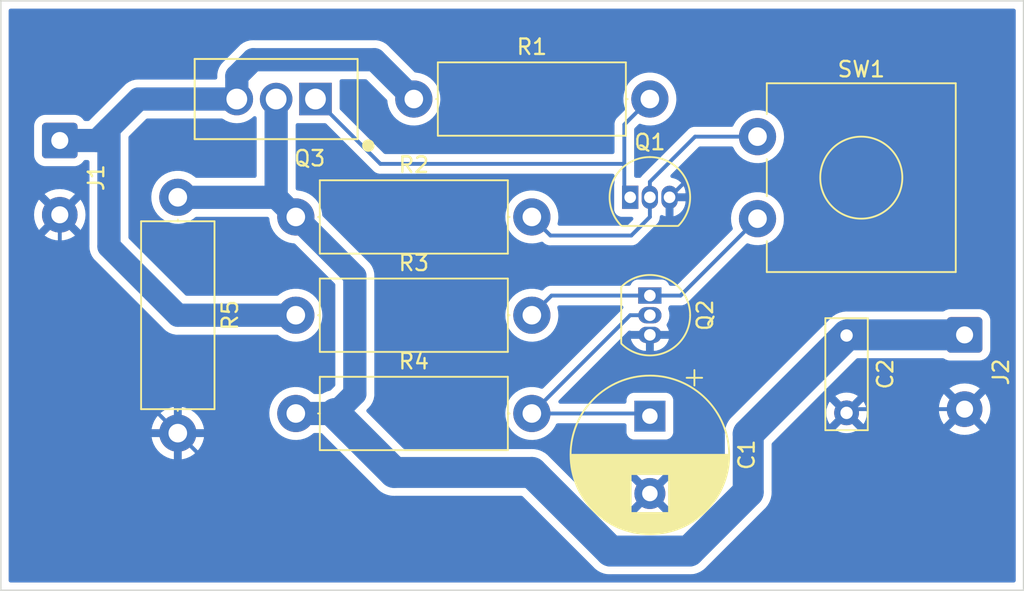
<source format=kicad_pcb>
(kicad_pcb (version 20211014) (generator pcbnew)
  (title_block (title "Soft Power Latch") (company "Kaung Min Khant"))
  (layers (0 "F.Cu" signal) (31 "B.Cu" signal) (34 "B.Paste" user) (35 "F.Paste" user) (36 "B.SilkS" user "B.Silkscreen") (37 "F.SilkS" user "F.Silkscreen") (38 "B.Mask" user) (39 "F.Mask" user) (44 "Edge.Cuts" user))
  (net 0 "")
  (net 1 "Net-(C1-Pad1)")
  (net 2 "GND")
  (net 3 "/Power_out")
  (net 4 "VCC")
  (net 5 "Net-(Q1-Pad1)")
  (net 6 "Net-(Q1-Pad2)")
  (net 7 "Net-(Q2-Pad1)")
  (footprint "Connector_Wire:SolderWire-0.5sqmm_1x02_P4.8mm_D0.9mm_OD2.3mm" (layer "F.Cu") (at 176.53 119.38 -90)
    (fp_text reference "J2" (at 2.4 -2.35 90) (layer "F.SilkS"))
    (fp_text value "Conn_01x02")
    (pad "1" thru_hole roundrect (at 0 0 270) (size 2.3 2.3) (drill 1.1) (layers *.Cu *.Mask) (roundrect_rratio 0.108696087) (net 3 "/Power_out"))
    (pad "2" thru_hole circle (at 4.8 0 270) (size 2.3 2.3) (drill 1.1) (layers *.Cu *.Mask) (net 2 "GND"))
  )
  (footprint "Capacitor_THT:C_Disc_D7.0mm_W2.5mm_P5.00mm" (layer "F.Cu") (at 168.91 119.42 -90)
    (fp_text reference "C2" (at 2.5 -2.5 90) (layer "F.SilkS"))
    (fp_text value "10n")
    (fp_line (start -1.12 -1.37) (end 6.12 -1.37) (layer "F.SilkS") (width 0.12))
    (fp_line (start -1.12 -1.37) (end -1.12 1.37) (layer "F.SilkS") (width 0.12))
    (fp_line (start -1.12 1.37) (end 6.12 1.37) (layer "F.SilkS") (width 0.12))
    (fp_line (start 6.12 -1.37) (end 6.12 1.37) (layer "F.SilkS") (width 0.12))
    (pad "1" thru_hole circle (at 0 0 270) (size 1.6 1.6) (drill 0.8) (layers *.Cu *.Mask) (net 3 "/Power_out"))
    (pad "2" thru_hole circle (at 5 0 270) (size 1.6 1.6) (drill 0.8) (layers *.Cu *.Mask) (net 2 "GND"))
  )
  (footprint "Resistor_THT:R_Axial_DIN0414_L11.9mm_D4.5mm_P15.24mm_Horizontal" (layer "F.Cu") (at 133.35 124.46)
    (fp_text reference "R4" (at 7.62 -3.37) (layer "F.SilkS"))
    (fp_text value "200k")
    (fp_line (start 13.8 0) (end 13.69 0) (layer "F.SilkS") (width 0.12))
    (fp_line (start 13.69 2.37) (end 13.69 -2.37) (layer "F.SilkS") (width 0.12))
    (fp_line (start 13.69 -2.37) (end 1.55 -2.37) (layer "F.SilkS") (width 0.12))
    (fp_line (start 1.44 0) (end 1.55 0) (layer "F.SilkS") (width 0.12))
    (fp_line (start 1.55 -2.37) (end 1.55 2.37) (layer "F.SilkS") (width 0.12))
    (fp_line (start 1.55 2.37) (end 13.69 2.37) (layer "F.SilkS") (width 0.12))
    (pad "1" thru_hole circle (at 0 0) (size 2.4 2.4) (drill 1.2) (layers *.Cu *.Mask) (net 3 "/Power_out"))
    (pad "2" thru_hole oval (at 15.24 0) (size 2.4 2.4) (drill 1.2) (layers *.Cu *.Mask) (net 1 "Net-(C1-Pad1)"))
  )
  (footprint "Resistor_THT:R_Axial_DIN0414_L11.9mm_D4.5mm_P15.24mm_Horizontal" (layer "F.Cu") (at 125.73 110.49 -90)
    (fp_text reference "R5" (at 7.62 -3.37 90) (layer "F.SilkS"))
    (fp_text value "10k")
    (fp_line (start 1.55 2.37) (end 13.69 2.37) (layer "F.SilkS") (width 0.12))
    (fp_line (start 13.69 -2.37) (end 1.55 -2.37) (layer "F.SilkS") (width 0.12))
    (fp_line (start 1.44 0) (end 1.55 0) (layer "F.SilkS") (width 0.12))
    (fp_line (start 1.55 -2.37) (end 1.55 2.37) (layer "F.SilkS") (width 0.12))
    (fp_line (start 13.8 0) (end 13.69 0) (layer "F.SilkS") (width 0.12))
    (fp_line (start 13.69 2.37) (end 13.69 -2.37) (layer "F.SilkS") (width 0.12))
    (pad "1" thru_hole circle (at 0 0 270) (size 2.4 2.4) (drill 1.2) (layers *.Cu *.Mask) (net 3 "/Power_out"))
    (pad "2" thru_hole oval (at 15.24 0 270) (size 2.4 2.4) (drill 1.2) (layers *.Cu *.Mask) (net 2 "GND"))
  )
  (footprint "Resistor_THT:R_Axial_DIN0414_L11.9mm_D4.5mm_P15.24mm_Horizontal" (layer "F.Cu") (at 140.97 104.14)
    (fp_text reference "R1" (at 7.62 -3.37) (layer "F.SilkS"))
    (fp_text value "100k")
    (fp_line (start 1.44 0) (end 1.55 0) (layer "F.SilkS") (width 0.12))
    (fp_line (start 1.55 2.37) (end 13.69 2.37) (layer "F.SilkS") (width 0.12))
    (fp_line (start 13.69 -2.37) (end 1.55 -2.37) (layer "F.SilkS") (width 0.12))
    (fp_line (start 13.69 2.37) (end 13.69 -2.37) (layer "F.SilkS") (width 0.12))
    (fp_line (start 13.8 0) (end 13.69 0) (layer "F.SilkS") (width 0.12))
    (fp_line (start 1.55 -2.37) (end 1.55 2.37) (layer "F.SilkS") (width 0.12))
    (pad "1" thru_hole circle (at 0 0) (size 2.4 2.4) (drill 1.2) (layers *.Cu *.Mask) (net 4 "VCC"))
    (pad "2" thru_hole oval (at 15.24 0) (size 2.4 2.4) (drill 1.2) (layers *.Cu *.Mask) (net 5 "Net-(Q1-Pad1)"))
  )
  (footprint "Resistor_THT:R_Axial_DIN0414_L11.9mm_D4.5mm_P15.24mm_Horizontal" (layer "F.Cu") (at 133.35 111.76)
    (fp_text reference "R2" (at 7.62 -3.37) (layer "F.SilkS"))
    (fp_text value "100k")
    (fp_line (start 1.55 -2.37) (end 1.55 2.37) (layer "F.SilkS") (width 0.12))
    (fp_line (start 13.8 0) (end 13.69 0) (layer "F.SilkS") (width 0.12))
    (fp_line (start 1.44 0) (end 1.55 0) (layer "F.SilkS") (width 0.12))
    (fp_line (start 13.69 2.37) (end 13.69 -2.37) (layer "F.SilkS") (width 0.12))
    (fp_line (start 1.55 2.37) (end 13.69 2.37) (layer "F.SilkS") (width 0.12))
    (fp_line (start 13.69 -2.37) (end 1.55 -2.37) (layer "F.SilkS") (width 0.12))
    (pad "1" thru_hole circle (at 0 0) (size 2.4 2.4) (drill 1.2) (layers *.Cu *.Mask) (net 3 "/Power_out"))
    (pad "2" thru_hole oval (at 15.24 0) (size 2.4 2.4) (drill 1.2) (layers *.Cu *.Mask) (net 6 "Net-(Q1-Pad2)"))
  )
  (footprint "Connector_Wire:SolderWire-0.5sqmm_1x02_P4.8mm_D0.9mm_OD2.3mm" (layer "F.Cu") (at 118.11 106.82 -90)
    (fp_text reference "J1" (at 2.4 -2.35 90) (layer "F.SilkS"))
    (fp_text value "Conn_01x02")
    (pad "1" thru_hole roundrect (at 0 0 270) (size 2.3 2.3) (drill 1.1) (layers *.Cu *.Mask) (roundrect_rratio 0.108696087) (net 4 "VCC"))
    (pad "2" thru_hole circle (at 4.8 0 270) (size 2.3 2.3) (drill 1.1) (layers *.Cu *.Mask) (net 2 "GND"))
  )
  (footprint "Button_Switch_THT:SW_CW_GPTS203211B" (layer "F.Cu") (at 163.16 106.57)
    (fp_text reference "SW1" (at 6.7 -4.35) (layer "F.SilkS"))
    (fp_text value "SW_DIP_x01")
    (fp_line (start 0.6 8.75) (end 0.6 6.76) (layer "F.SilkS") (width 0.12))
    (fp_line (start 0.6 1.46) (end 0.6 3.84) (layer "F.SilkS") (width 0.12))
    (fp_line (start 0.6 -3.45) (end 12.8 -3.45) (layer "F.SilkS") (width 0.12))
    (fp_line (start 12.8 8.75) (end 0.6 8.75) (layer "F.SilkS") (width 0.12))
    (fp_line (start 0.6 -1.46) (end 0.6 -3.45) (layer "F.SilkS") (width 0.12))
    (fp_line (start 12.8 -3.45) (end 12.8 8.75) (layer "F.SilkS") (width 0.12))
    (fp_circle (center 6.7 2.65) (end 9.35 2.65) (layer "F.SilkS") (width 0.12) (fill none))
    (pad "1" thru_hole circle (at 0 0) (size 2.4 2.4) (drill 1.2) (layers *.Cu *.Mask) (net 6 "Net-(Q1-Pad2)"))
    (pad "2" thru_hole circle (at 0 5.3) (size 2.4 2.4) (drill 1.2) (layers *.Cu *.Mask) (net 7 "Net-(Q2-Pad1)"))
  )
  (footprint "Capacitor_THT:CP_Radial_D10.0mm_P5.00mm" (layer "F.Cu") (at 156.21 124.632323 -90)
    (fp_text reference "C1" (at 2.5 -6.25 90) (layer "F.SilkS"))
    (fp_text value "22u")
    (fp_line (start 3.861 1.241) (end 3.861 4.897) (layer "F.SilkS") (width 0.12))
    (fp_line (start 5.021 -4.417) (end 5.021 -1.241) (layer "F.SilkS") (width 0.12))
    (fp_line (start 3.02 -5.054) (end 3.02 5.054) (layer "F.SilkS") (width 0.12))
    (fp_line (start 5.181 1.241) (end 5.181 4.323) (layer "F.SilkS") (width 0.12))
    (fp_line (start 5.541 -4.08) (end 5.541 -1.241) (layer "F.SilkS") (width 0.12))
    (fp_line (start 3.421 -4.997) (end 3.421 4.997) (layer "F.SilkS") (width 0.12))
    (fp_line (start 2.98 -5.058) (end 2.98 5.058) (layer "F.SilkS") (width 0.12))
    (fp_line (start 3.381 -5.004) (end 3.381 5.004) (layer "F.SilkS") (width 0.12))
    (fp_line (start 3.221 -5.03) (end 3.221 5.03) (layer "F.SilkS") (width 0.12))
    (fp_line (start 5.301 1.241) (end 5.301 4.247) (layer "F.SilkS") (width 0.12))
    (fp_line (start 3.981 -4.862) (end 3.981 -1.241) (layer "F.SilkS") (width 0.12))
    (fp_line (start 6.421 -3.254) (end 6.421 3.254) (layer "F.SilkS") (width 0.12))
    (fp_line (start 6.021 1.241) (end 6.021 3.679) (layer "F.SilkS") (width 0.12))
    (fp_line (start 4.981 1.241) (end 4.981 4.44) (layer "F.SilkS") (width 0.12))
    (fp_line (start 2.5 -5.08) (end 2.5 5.08) (layer "F.SilkS") (width 0.12))
    (fp_line (start 5.381 1.241) (end 5.381 4.194) (layer "F.SilkS") (width 0.12))
    (fp_line (start 4.341 1.241) (end 4.341 4.738) (layer "F.SilkS") (width 0.12))
    (fp_line (start 6.861 -2.645) (end 6.861 2.645) (layer "F.SilkS") (width 0.12))
    (fp_line (start 4.661 -4.603) (end 4.661 -1.241) (layer "F.SilkS") (width 0.12))
    (fp_line (start 4.261 -4.768) (end 4.261 -1.241) (layer "F.SilkS") (width 0.12))
    (fp_line (start 4.061 1.241) (end 4.061 4.837) (layer "F.SilkS") (width 0.12))
    (fp_line (start 4.941 -4.462) (end 4.941 -1.241) (layer "F.SilkS") (width 0.12))
    (fp_line (start 7.501 -1.062) (end 7.501 1.062) (layer "F.SilkS") (width 0.12))
    (fp_line (start 5.261 -4.273) (end 5.261 -1.241) (layer "F.SilkS") (width 0.12))
    (fp_line (start 4.861 1.241) (end 4.861 4.504) (layer "F.SilkS") (width 0.12))
    (fp_line (start 4.981 -4.44) (end 4.981 -1.241) (layer "F.SilkS") (width 0.12))
    (fp_line (start 4.701 1.241) (end 4.701 4.584) (layer "F.SilkS") (width 0.12))
    (fp_line (start 4.941 1.241) (end 4.941 4.462) (layer "F.SilkS") (width 0.12))
    (fp_line (start 4.301 1.241) (end 4.301 4.754) (layer "F.SilkS") (width 0.12))
    (fp_line (start 6.541 -3.106) (end 6.541 3.106) (layer "F.SilkS") (width 0.12))
    (fp_line (start 6.061 -3.64) (end 6.061 -1.241) (layer "F.SilkS") (width 0.12))
    (fp_line (start 4.381 1.241) (end 4.381 4.723) (layer "F.SilkS") (width 0.12))
    (fp_line (start 4.821 -4.525) (end 4.821 -1.241) (layer "F.SilkS") (width 0.12))
    (fp_line (start 6.301 -3.392) (end 6.301 3.392) (layer "F.SilkS") (width 0.12))
    (fp_line (start 4.221 -4.783) (end 4.221 -1.241) (layer "F.SilkS") (width 0.12))
    (fp_line (start 5.981 1.241) (end 5.981 3.716) (layer "F.SilkS") (width 0.12))
    (fp_line (start 5.221 -4.298) (end 5.221 -1.241) (layer "F.SilkS") (width 0.12))
    (fp_line (start 6.821 -2.709) (end 6.821 2.709) (layer "F.SilkS") (width 0.12))
    (fp_line (start 4.501 1.241) (end 4.501 4.674) (layer "F.SilkS") (width 0.12))
    (fp_line (start 3.781 1.241) (end 3.781 4.918) (layer "F.SilkS") (width 0.12))
    (fp_line (start 6.461 -3.206) (end 6.461 3.206) (layer "F.SilkS") (width 0.12))
    (fp_line (start 4.101 -4.824) (end 4.101 -1.241) (layer "F.SilkS") (width 0.12))
    (fp_line (start 7.061 -2.289) (end 7.061 2.289) (layer "F.SilkS") (width 0.12))
    (fp_line (start 4.621 -4.621) (end 4.621 -1.241) (layer "F.SilkS") (width 0.12))
    (fp_line (start 5.381 -4.194) (end 5.381 -1.241) (layer "F.SilkS") (width 0.12))
    (fp_line (start 3.941 -4.874) (end 3.941 -1.241) (layer "F.SilkS") (width 0.12))
    (fp_line (start 6.101 1.241) (end 6.101 3.601) (layer "F.SilkS") (width 0.12))
    (fp_line (start 5.941 -3.753) (end 5.941 -1.241) (layer "F.SilkS") (width 0.12))
    (fp_line (start 4.181 1.241) (end 4.181 4.797) (layer "F.SilkS") (width 0.12))
    (fp_line (start 3.821 -4.907) (end 3.821 -1.241) (layer "F.SilkS") (width 0.12))
    (fp_line (start 5.741 -3.925) (end 5.741 -1.241) (layer "F.SilkS") (width 0.12))
    (fp_line (start 4.261 1.241) (end 4.261 4.768) (layer "F.SilkS") (width 0.12))
    (fp_line (start 5.581 1.241) (end 5.581 4.05) (layer "F.SilkS") (width 0.12))
    (fp_line (start 5.781 -3.892) (end 5.781 -1.241) (layer "F.SilkS") (width 0.12))
    (fp_line (start 6.021 -3.679) (end 6.021 -1.241) (layer "F.SilkS") (width 0.12))
    (fp_line (start 3.901 -4.885) (end 3.901 -1.241) (layer "F.SilkS") (width 0.12))
    (fp_line (start 5.341 1.241) (end 5.341 4.221) (layer "F.SilkS") (width 0.12))
    (fp_line (start 2.62 -5.079) (end 2.62 5.079) (layer "F.SilkS") (width 0.12))
    (fp_line (start 5.101 -4.371) (end 5.101 -1.241) (layer "F.SilkS") (width 0.12))
    (fp_line (start 4.821 1.241) (end 4.821 4.525) (layer "F.SilkS") (width 0.12))
    (fp_line (start 5.461 -4.138) (end 5.461 -1.241) (layer "F.SilkS") (width 0.12))
    (fp_line (start 5.861 -3.824) (end 5.861 -1.241) (layer "F.SilkS") (width 0.12))
    (fp_line (start 6.141 1.241) (end 6.141 3.561) (layer "F.SilkS") (width 0.12))
    (fp_line (start 5.141 -4.347) (end 5.141 -1.241) (layer "F.SilkS") (width 0.12))
    (fp_line (start 5.501 -4.11) (end 5.501 -1.241) (layer "F.SilkS") (width 0.12))
    (fp_line (start 7.581 -0.599) (end 7.581 0.599) (layer "F.SilkS") (width 0.12))
    (fp_line (start 4.101 1.241) (end 4.101 4.824) (layer "F.SilkS") (width 0.12))
    (fp_line (start 7.461 -1.23) (end 7.461 1.23) (layer "F.SilkS") (width 0.12))
    (fp_line (start 2.9 -5.065) (end 2.9 5.065) (layer "F.SilkS") (width 0.12))
    (fp_line (start 5.821 -3.858) (end 5.821 -1.241) (layer "F.SilkS") (width 0.12))
    (fp_line (start 4.581 1.241) (end 4.581 4.639) (layer "F.SilkS") (width 0.12))
    (fp_line (start 4.221 1.241) (end 4.221 4.783) (layer "F.SilkS") (width 0.12))
    (fp_line (start 7.541 -0.862) (end 7.541 0.862) (layer "F.SilkS") (width 0.12))
    (fp_line (start -2.979646 -2.875) (end -1.979646 -2.875) (layer "F.SilkS") (width 0.12))
    (fp_line (start 7.101 -2.209) (end 7.101 2.209) (layer "F.SilkS") (width 0.12))
    (fp_line (start 6.581 -3.054) (end 6.581 3.054) (layer "F.SilkS") (width 0.12))
    (fp_line (start 5.661 -3.989) (end 5.661 -1.241) (layer "F.SilkS") (width 0.12))
    (fp_line (start 3.621 -4.956) (end 3.621 4.956) (layer "F.SilkS") (width 0.12))
    (fp_line (start 5.981 -3.716) (end 5.981 -1.241) (layer "F.SilkS") (width 0.12))
    (fp_line (start 5.821 1.241) (end 5.821 3.858) (layer "F.SilkS") (width 0.12))
    (fp_line (start 5.061 -4.395) (end 5.061 -1.241) (layer "F.SilkS") (width 0.12))
    (fp_line (start 3.661 -4.947) (end 3.661 4.947) (layer "F.SilkS") (width 0.12))
    (fp_line (start 5.341 -4.221) (end 5.341 -1.241) (layer "F.SilkS") (width 0.12))
    (fp_line (start 6.941 -2.51) (end 6.941 2.51) (layer "F.SilkS") (width 0.12))
    (fp_line (start 6.781 -2.77) (end 6.781 2.77) (layer "F.SilkS") (width 0.12))
    (fp_line (start 3.741 -4.928) (end 3.741 4.928) (layer "F.SilkS") (width 0.12))
    (fp_line (start 2.7 -5.077) (end 2.7 5.077) (layer "F.SilkS") (width 0.12))
    (fp_line (start 4.741 -4.564) (end 4.741 -1.241) (layer "F.SilkS") (width 0.12))
    (fp_line (start 2.82 -5.07) (end 2.82 5.07) (layer "F.SilkS") (width 0.12))
    (fp_line (start 3.301 -5.018) (end 3.301 5.018) (layer "F.SilkS") (width 0.12))
    (fp_line (start 5.421 -4.166) (end 5.421 -1.241) (layer "F.SilkS") (width 0.12))
    (fp_line (start 3.981 1.241) (end 3.981 4.862) (layer "F.SilkS") (width 0.12))
    (fp_line (start 6.501 -3.156) (end 6.501 3.156) (layer "F.SilkS") (width 0.12))
    (fp_line (start 3.461 -4.99) (end 3.461 4.99) (layer "F.SilkS") (width 0.12))
    (fp_line (start 5.861 1.241) (end 5.861 3.824) (layer "F.SilkS") (width 0.12))
    (fp_line (start 3.541 -4.974) (end 3.541 4.974) (layer "F.SilkS") (width 0.12))
    (fp_line (start 4.141 1.241) (end 4.141 4.811) (layer "F.SilkS") (width 0.12))
    (fp_line (start 6.981 -2.439) (end 6.981 2.439) (layer "F.SilkS") (width 0.12))
    (fp_line (start 4.901 -4.483) (end 4.901 -1.241) (layer "F.SilkS") (width 0.12))
    (fp_line (start 4.021 1.241) (end 4.021 4.85) (layer "F.SilkS") (width 0.12))
    (fp_line (start 7.301 -1.742) (end 7.301 1.742) (layer "F.SilkS") (width 0.12))
    (fp_line (start 4.421 -4.707) (end 4.421 -1.241) (layer "F.SilkS") (width 0.12))
    (fp_line (start 4.061 -4.837) (end 4.061 -1.241) (layer "F.SilkS") (width 0.12))
    (fp_line (start 6.061 1.241) (end 6.061 3.64) (layer "F.SilkS") (width 0.12))
    (fp_line (start 3.18 -5.035) (end 3.18 5.035) (layer "F.SilkS") (width 0.12))
    (fp_line (start 2.74 -5.075) (end 2.74 5.075) (layer "F.SilkS") (width 0.12))
    (fp_line (start 3.901 1.241) (end 3.901 4.885) (layer "F.SilkS") (width 0.12))
    (fp_line (start 5.461 1.241) (end 5.461 4.138) (layer "F.SilkS") (width 0.12))
    (fp_line (start 2.66 -5.078) (end 2.66 5.078) (layer "F.SilkS") (width 0.12))
    (fp_line (start 3.821 1.241) (end 3.821 4.907) (layer "F.SilkS") (width 0.12))
    (fp_line (start 7.261 -1.846) (end 7.261 1.846) (layer "F.SilkS") (width 0.12))
    (fp_line (start 5.741 1.241) (end 5.741 3.925) (layer "F.SilkS") (width 0.12))
    (fp_line (start 7.181 -2.037) (end 7.181 2.037) (layer "F.SilkS") (width 0.12))
    (fp_line (start 4.901 1.241) (end 4.901 4.483) (layer "F.SilkS") (width 0.12))
    (fp_line (start 5.101 1.241) (end 5.101 4.371) (layer "F.SilkS") (width 0.12))
    (fp_line (start 4.541 -4.657) (end 4.541 -1.241) (layer "F.SilkS") (width 0.12))
    (fp_line (start 6.141 -3.561) (end 6.141 -1.241) (layer "F.SilkS") (width 0.12))
    (fp_line (start 4.541 1.241) (end 4.541 4.657) (layer "F.SilkS") (width 0.12))
    (fp_line (start -2.479646 -3.375) (end -2.479646 -2.375) (layer "F.SilkS") (width 0.12))
    (fp_line (start 3.581 -4.965) (end 3.581 4.965) (layer "F.SilkS") (width 0.12))
    (fp_line (start 5.621 1.241) (end 5.621 4.02) (layer "F.SilkS") (width 0.12))
    (fp_line (start 3.941 1.241) (end 3.941 4.874) (layer "F.SilkS") (width 0.12))
    (fp_line (start 2.94 -5.062) (end 2.94 5.062) (layer "F.SilkS") (width 0.12))
    (fp_line (start 4.301 -4.754) (end 4.301 -1.241) (layer "F.SilkS") (width 0.12))
    (fp_line (start 5.221 1.241) (end 5.221 4.298) (layer "F.SilkS") (width 0.12))
    (fp_line (start 6.261 -3.436) (end 6.261 3.436) (layer "F.SilkS") (width 0.12))
    (fp_line (start 6.181 -3.52) (end 6.181 -1.241) (layer "F.SilkS") (width 0.12))
    (fp_line (start 5.701 1.241) (end 5.701 3.957) (layer "F.SilkS") (width 0.12))
    (fp_line (start 3.1 -5.045) (end 3.1 5.045) (layer "F.SilkS") (width 0.12))
    (fp_line (start 4.621 1.241) (end 4.621 4.621) (layer "F.SilkS") (width 0.12))
    (fp_line (start 5.581 -4.05) (end 5.581 -1.241) (layer "F.SilkS") (width 0.12))
    (fp_line (start 5.661 1.241) (end 5.661 3.989) (layer "F.SilkS") (width 0.12))
    (fp_line (start 2.78 -5.073) (end 2.78 5.073) (layer "F.SilkS") (width 0.12))
    (fp_line (start 6.701 -2.889) (end 6.701 2.889) (layer "F.SilkS") (width 0.12))
    (fp_line (start 5.781 1.241) (end 5.781 3.892) (layer "F.SilkS") (width 0.12))
    (fp_line (start 4.461 -4.69) (end 4.461 -1.241) (layer "F.SilkS") (width 0.12))
    (fp_line (start 3.14 -5.04) (end 3.14 5.04) (layer "F.SilkS") (width 0.12))
    (fp_line (start 7.381 -1.51) (end 7.381 1.51) (layer "F.SilkS") (width 0.12))
    (fp_line (start 6.221 -3.478) (end 6.221 -1.241) (layer "F.SilkS") (width 0.12))
    (fp_line (start 4.141 -4.811) (end 4.141 -1.241) (layer "F.SilkS") (width 0.12))
    (fp_line (start 7.221 -1.944) (end 7.221 1.944) (layer "F.SilkS") (width 0.12))
    (fp_line (start 5.901 -3.789) (end 5.901 -1.241) (layer "F.SilkS") (width 0.12))
    (fp_line (start 4.661 1.241) (end 4.661 4.603) (layer "F.SilkS") (width 0.12))
    (fp_line (start 7.421 -1.378) (end 7.421 1.378) (layer "F.SilkS") (width 0.12))
    (fp_line (start 5.181 -4.323) (end 5.181 -1.241) (layer "F.SilkS") (width 0.12))
    (fp_line (start 2.54 -5.08) (end 2.54 5.08) (layer "F.SilkS") (width 0.12))
    (fp_line (start 6.901 -2.579) (end 6.901 2.579) (layer "F.SilkS") (width 0.12))
    (fp_line (start 4.421 1.241) (end 4.421 4.707) (layer "F.SilkS") (width 0.12))
    (fp_line (start 3.06 -5.05) (end 3.06 5.05) (layer "F.SilkS") (width 0.12))
    (fp_line (start 7.341 -1.63) (end 7.341 1.63) (layer "F.SilkS") (width 0.12))
    (fp_line (start 4.781 -4.545) (end 4.781 -1.241) (layer "F.SilkS") (width 0.12))
    (fp_line (start 4.781 1.241) (end 4.781 4.545) (layer "F.SilkS") (width 0.12))
    (fp_line (start 4.381 -4.723) (end 4.381 -1.241) (layer "F.SilkS") (width 0.12))
    (fp_line (start 5.021 1.241) (end 5.021 4.417) (layer "F.SilkS") (width 0.12))
    (fp_line (start 5.541 1.241) (end 5.541 4.08) (layer "F.SilkS") (width 0.12))
    (fp_line (start 3.781 -4.918) (end 3.781 -1.241) (layer "F.SilkS") (width 0.12))
    (fp_line (start 6.101 -3.601) (end 6.101 -1.241) (layer "F.SilkS") (width 0.12))
    (fp_line (start 5.941 1.241) (end 5.941 3.753) (layer "F.SilkS") (width 0.12))
    (fp_line (start 3.341 -5.011) (end 3.341 5.011) (layer "F.SilkS") (width 0.12))
    (fp_line (start 6.181 1.241) (end 6.181 3.52) (layer "F.SilkS") (width 0.12))
    (fp_line (start 5.261 1.241) (end 5.261 4.273) (layer "F.SilkS") (width 0.12))
    (fp_line (start 6.221 1.241) (end 6.221 3.478) (layer "F.SilkS") (width 0.12))
    (fp_line (start 5.701 -3.957) (end 5.701 -1.241) (layer "F.SilkS") (width 0.12))
    (fp_line (start 7.021 -2.365) (end 7.021 2.365) (layer "F.SilkS") (width 0.12))
    (fp_line (start 5.901 1.241) (end 5.901 3.789) (layer "F.SilkS") (width 0.12))
    (fp_line (start 4.501 -4.674) (end 4.501 -1.241) (layer "F.SilkS") (width 0.12))
    (fp_line (start 5.301 -4.247) (end 5.301 -1.241) (layer "F.SilkS") (width 0.12))
    (fp_line (start 2.86 -5.068) (end 2.86 5.068) (layer "F.SilkS") (width 0.12))
    (fp_line (start 4.741 1.241) (end 4.741 4.564) (layer "F.SilkS") (width 0.12))
    (fp_line (start 5.061 1.241) (end 5.061 4.395) (layer "F.SilkS") (width 0.12))
    (fp_line (start 4.861 -4.504) (end 4.861 -1.241) (layer "F.SilkS") (width 0.12))
    (fp_line (start 6.341 -3.347) (end 6.341 3.347) (layer "F.SilkS") (width 0.12))
    (fp_line (start 6.661 -2.945) (end 6.661 2.945) (layer "F.SilkS") (width 0.12))
    (fp_line (start 3.701 -4.938) (end 3.701 4.938) (layer "F.SilkS") (width 0.12))
    (fp_line (start 2.58 -5.08) (end 2.58 5.08) (layer "F.SilkS") (width 0.12))
    (fp_line (start 3.261 -5.024) (end 3.261 5.024) (layer "F.SilkS") (width 0.12))
    (fp_line (start 6.381 -3.301) (end 6.381 3.301) (layer "F.SilkS") (width 0.12))
    (fp_line (start 4.341 -4.738) (end 4.341 -1.241) (layer "F.SilkS") (width 0.12))
    (fp_line (start 5.621 -4.02) (end 5.621 -1.241) (layer "F.SilkS") (width 0.12))
    (fp_line (start 4.701 -4.584) (end 4.701 -1.241) (layer "F.SilkS") (width 0.12))
    (fp_line (start 6.621 -3) (end 6.621 3) (layer "F.SilkS") (width 0.12))
    (fp_line (start 4.581 -4.639) (end 4.581 -1.241) (layer "F.SilkS") (width 0.12))
    (fp_line (start 3.861 -4.897) (end 3.861 -1.241) (layer "F.SilkS") (width 0.12))
    (fp_line (start 5.501 1.241) (end 5.501 4.11) (layer "F.SilkS") (width 0.12))
    (fp_line (start 4.461 1.241) (end 4.461 4.69) (layer "F.SilkS") (width 0.12))
    (fp_line (start 4.021 -4.85) (end 4.021 -1.241) (layer "F.SilkS") (width 0.12))
    (fp_line (start 3.501 -4.982) (end 3.501 4.982) (layer "F.SilkS") (width 0.12))
    (fp_line (start 6.741 -2.83) (end 6.741 2.83) (layer "F.SilkS") (width 0.12))
    (fp_line (start 5.141 1.241) (end 5.141 4.347) (layer "F.SilkS") (width 0.12))
    (fp_line (start 7.141 -2.125) (end 7.141 2.125) (layer "F.SilkS") (width 0.12))
    (fp_line (start 4.181 -4.797) (end 4.181 -1.241) (layer "F.SilkS") (width 0.12))
    (fp_line (start 5.421 1.241) (end 5.421 4.166) (layer "F.SilkS") (width 0.12))
    (fp_circle (center 2.5 0) (end 7.62 0) (layer "F.SilkS") (width 0.12) (fill none))
    (pad "1" thru_hole rect (at 0 0 270) (size 2 2) (drill 1) (layers *.Cu *.Mask) (net 1 "Net-(C1-Pad1)"))
    (pad "2" thru_hole circle (at 5 0 270) (size 2 2) (drill 1) (layers *.Cu *.Mask) (net 2 "GND"))
  )
  (footprint "Resistor_THT:R_Axial_DIN0414_L11.9mm_D4.5mm_P15.24mm_Horizontal" (layer "F.Cu") (at 133.35 118.11)
    (fp_text reference "R3" (at 7.62 -3.37) (layer "F.SilkS"))
    (fp_text value "100k")
    (fp_line (start 1.55 2.37) (end 13.69 2.37) (layer "F.SilkS") (width 0.12))
    (fp_line (start 13.69 -2.37) (end 1.55 -2.37) (layer "F.SilkS") (width 0.12))
    (fp_line (start 1.55 -2.37) (end 1.55 2.37) (layer "F.SilkS") (width 0.12))
    (fp_line (start 13.69 2.37) (end 13.69 -2.37) (layer "F.SilkS") (width 0.12))
    (fp_line (start 1.44 0) (end 1.55 0) (layer "F.SilkS") (width 0.12))
    (fp_line (start 13.8 0) (end 13.69 0) (layer "F.SilkS") (width 0.12))
    (pad "1" thru_hole circle (at 0 0) (size 2.4 2.4) (drill 1.2) (layers *.Cu *.Mask) (net 4 "VCC"))
    (pad "2" thru_hole oval (at 15.24 0) (size 2.4 2.4) (drill 1.2) (layers *.Cu *.Mask) (net 7 "Net-(Q2-Pad1)"))
  )
  (footprint "Package_TO_SOT_THT:TO-92_Inline" (layer "F.Cu") (at 154.94 110.49)
    (fp_text reference "Q1" (at 1.27 -3.56) (layer "F.SilkS"))
    (fp_text value "2N3906")
    (fp_line (start -0.53 1.85) (end 3.07 1.85) (layer "F.SilkS") (width 0.12))
    (fp_arc (start -0.568478 1.838478) (mid -1.132087 -0.994977) (end 1.27 -2.6) (layer "F.SilkS") (width 0.12))
    (fp_arc (start 1.27 -2.6) (mid 3.672087 -0.994977) (end 3.108478 1.838478) (layer "F.SilkS") (width 0.12))
    (pad "1" thru_hole rect (at 0 0) (size 1.05 1.5) (drill 0.75) (layers *.Cu *.Mask) (net 5 "Net-(Q1-Pad1)"))
    (pad "2" thru_hole oval (at 1.27 0) (size 1.05 1.5) (drill 0.75) (layers *.Cu *.Mask) (net 6 "Net-(Q1-Pad2)"))
    (pad "3" thru_hole oval (at 2.54 0) (size 1.05 1.5) (drill 0.75) (layers *.Cu *.Mask) (net 2 "GND"))
  )
  (footprint "Package_TO_SOT_THT:TO-92_Inline" (layer "F.Cu") (at 156.21 116.84 -90)
    (fp_text reference "Q2" (at 1.27 -3.56 90) (layer "F.SilkS"))
    (fp_text value "2N3906")
    (fp_line (start -0.53 1.85) (end 3.07 1.85) (layer "F.SilkS") (width 0.12))
    (fp_arc (start 1.27 -2.6) (mid 3.672087 -0.994977) (end 3.108478 1.838478) (layer "F.SilkS") (width 0.12))
    (fp_arc (start -0.568478 1.838478) (mid -1.132087 -0.994977) (end 1.27 -2.6) (layer "F.SilkS") (width 0.12))
    (pad "1" thru_hole rect (at 0 0 270) (size 1.05 1.5) (drill 0.75) (layers *.Cu *.Mask) (net 7 "Net-(Q2-Pad1)"))
    (pad "2" thru_hole oval (at 1.27 0 270) (size 1.05 1.5) (drill 0.75) (layers *.Cu *.Mask) (net 1 "Net-(C1-Pad1)"))
    (pad "3" thru_hole oval (at 2.54 0 270) (size 1.05 1.5) (drill 0.75) (layers *.Cu *.Mask) (net 2 "GND"))
  )
  (footprint "IRF9640:TO254P1052X465X1989-3" (layer "F.Cu") (at 132.08 104.14 180)
    (fp_text reference "Q3" (at -2.16516 -3.83525) (layer "F.SilkS") (effects (font (size 1.000063 1.000063))))
    (fp_text value "IRF9640")
    (fp_line (start -5.26 -2.59) (end -5.26 2.59) (layer "F.SilkS") (width 0.127))
    (fp_line (start 5.26 -2.59) (end -5.26 -2.59) (layer "F.SilkS") (width 0.127))
    (fp_line (start -5.26 2.59) (end 5.26 2.59) (layer "F.SilkS") (width 0.127))
    (fp_line (start 5.26 2.59) (end 5.26 -2.59) (layer "F.SilkS") (width 0.127))
    (fp_circle (center -5.95 -3.01) (end -5.75 -3.01) (layer "F.SilkS") (width 0.4) (fill none))
    (pad "1" thru_hole rect locked (at -2.54 0 180) (size 2.1 2.1) (drill 1.34) (layers *.Cu *.Mask) (net 5 "Net-(Q1-Pad1)"))
    (pad "2" thru_hole circle locked (at 0 0 180) (size 2.1 2.1) (drill 1.34) (layers *.Cu *.Mask) (net 3 "/Power_out"))
    (pad "3" thru_hole circle locked (at 2.54 0 180) (size 2.1 2.1) (drill 1.34) (layers *.Cu *.Mask) (net 4 "VCC"))
  )
  (gr_rect (start 114.3 97.79) (end 180.34 135.89) (layer "Edge.Cuts") (width 0.1) (fill none))
  (segment (start 148.59 124.46) (end 156.037677 124.46) (width 0.25) (layer "B.Cu") (net 1))
  (segment (start 156.037677 124.46) (end 156.21 124.632323) (width 0.25) (layer "B.Cu") (net 1))
  (segment (start 148.59 124.46) (end 154.94 118.11) (width 0.25) (layer "B.Cu") (net 1))
  (segment (start 154.94 118.11) (end 156.21 118.11) (width 0.25) (layer "B.Cu") (net 1))
  (segment (start 160.02 118.11) (end 160.655 117.475) (width 0.25) (layer "B.Cu") (net 2))
  (segment (start 163.83 109.22) (end 164.984511 110.374511) (width 0.25) (layer "B.Cu") (net 2))
  (segment (start 160.655 117.475) (end 158.75 119.38) (width 0.25) (layer "B.Cu") (net 2))
  (segment (start 179.07 121.64) (end 179.07 116.84) (width 0.25) (layer "B.Cu") (net 2))
  (segment (start 176.53 124.18) (end 179.07 121.64) (width 0.25) (layer "B.Cu") (net 2))
  (segment (start 169.15 124.18) (end 168.91 124.42) (width 0.25) (layer "B.Cu") (net 2))
  (segment (start 176.53 124.18) (end 169.15 124.18) (width 0.25) (layer "B.Cu") (net 2))
  (segment (start 125.73 125.73) (end 134.97452 134.97452) (width 0.25) (layer "B.Cu") (net 2))
  (segment (start 118.11 118.11) (end 125.73 125.73) (width 0.25) (layer "B.Cu") (net 2))
  (segment (start 163.83 114.3) (end 160.655 117.475) (width 0.25) (layer "B.Cu") (net 2))
  (segment (start 164.984511 113.145489) (end 163.83 114.3) (width 0.25) (layer "B.Cu") (net 2))
  (segment (start 157.48 110.49) (end 158.75 109.22) (width 0.25) (layer "B.Cu") (net 2))
  (segment (start 134.97452 134.97452) (end 165.73548 134.97452) (width 0.25) (layer "B.Cu") (net 2))
  (segment (start 175.26 113.03) (end 165.1 113.03) (width 0.25) (layer "B.Cu") (net 2))
  (segment (start 158.75 109.22) (end 163.83 109.22) (width 0.25) (layer "B.Cu") (net 2))
  (segment (start 179.07 116.84) (end 175.26 113.03) (width 0.25) (layer "B.Cu") (net 2))
  (segment (start 158.75 119.38) (end 156.21 119.38) (width 0.25) (layer "B.Cu") (net 2))
  (segment (start 160.02 125.822323) (end 160.02 118.11) (width 0.25) (layer "B.Cu") (net 2))
  (segment (start 164.984511 110.374511) (end 164.984511 113.145489) (width 0.25) (layer "B.Cu") (net 2))
  (segment (start 165.1 113.03) (end 163.83 114.3) (width 0.25) (layer "B.Cu") (net 2))
  (segment (start 165.73548 134.97452) (end 176.53 124.18) (width 0.25) (layer "B.Cu") (net 2))
  (segment (start 118.11 111.62) (end 118.11 118.11) (width 0.25) (layer "B.Cu") (net 2))
  (segment (start 156.21 129.632323) (end 160.02 125.822323) (width 0.25) (layer "B.Cu") (net 2))
  (segment (start 162.56 129.54) (end 158.75 133.35) (width 2) (layer "B.Cu") (net 3))
  (segment (start 137.16 115.57) (end 137.16 123.19) (width 1.5) (layer "B.Cu") (net 3))
  (segment (start 162.56 125.77) (end 162.56 129.54) (width 2) (layer "B.Cu") (net 3))
  (segment (start 137.16 123.19) (end 135.89 124.46) (width 1.5) (layer "B.Cu") (net 3))
  (segment (start 153.67 133.35) (end 148.59 128.27) (width 2) (layer "B.Cu") (net 3))
  (segment (start 125.73 110.49) (end 132.08 110.49) (width 1.5) (layer "B.Cu") (net 3))
  (segment (start 168.91 119.42) (end 162.56 125.77) (width 2) (layer "B.Cu") (net 3))
  (segment (start 135.89 124.46) (end 133.35 124.46) (width 1.5) (layer "B.Cu") (net 3))
  (segment (start 132.08 110.49) (end 132.08 104.14) (width 1.5) (layer "B.Cu") (net 3))
  (segment (start 148.59 128.27) (end 139.7 128.27) (width 2) (layer "B.Cu") (net 3))
  (segment (start 133.35 111.76) (end 132.08 110.49) (width 1.5) (layer "B.Cu") (net 3))
  (segment (start 133.35 111.76) (end 137.16 115.57) (width 1.5) (layer "B.Cu") (net 3))
  (segment (start 168.95 119.38) (end 168.91 119.42) (width 2) (layer "B.Cu") (net 3))
  (segment (start 139.7 128.27) (end 135.89 124.46) (width 2) (layer "B.Cu") (net 3))
  (segment (start 176.53 119.38) (end 168.95 119.38) (width 2) (layer "B.Cu") (net 3))
  (segment (start 158.75 133.35) (end 153.67 133.35) (width 2) (layer "B.Cu") (net 3))
  (segment (start 118.11 106.82) (end 120.51 106.82) (width 1.5) (layer "B.Cu") (net 4))
  (segment (start 129.54 102.655076) (end 130.595076 101.6) (width 1.5) (layer "B.Cu") (net 4))
  (segment (start 121.285 106.045) (end 123.19 104.14) (width 1.5) (layer "B.Cu") (net 4))
  (segment (start 120.51 106.82) (end 121.285 106.045) (width 1.5) (layer "B.Cu") (net 4))
  (segment (start 129.54 104.14) (end 129.54 102.655076) (width 1.5) (layer "B.Cu") (net 4))
  (segment (start 125.73 118.11) (end 121.285 113.665) (width 1.5) (layer "B.Cu") (net 4))
  (segment (start 123.19 104.14) (end 129.54 104.14) (width 1.5) (layer "B.Cu") (net 4))
  (segment (start 138.43 101.6) (end 140.97 104.14) (width 1.5) (layer "B.Cu") (net 4))
  (segment (start 121.285 113.665) (end 121.285 106.045) (width 1.5) (layer "B.Cu") (net 4))
  (segment (start 130.595076 101.6) (end 138.43 101.6) (width 1.5) (layer "B.Cu") (net 4))
  (segment (start 133.35 118.11) (end 125.73 118.11) (width 1.5) (layer "B.Cu") (net 4))
  (segment (start 154.56048 108.32952) (end 154.56048 110.49) (width 0.25) (layer "B.Cu") (net 5))
  (segment (start 138.80952 108.32952) (end 154.56048 108.32952) (width 0.25) (layer "B.Cu") (net 5))
  (segment (start 134.62 104.14) (end 138.80952 108.32952) (width 0.25) (layer "B.Cu") (net 5))
  (segment (start 154.56048 105.78952) (end 154.56048 108.32952) (width 0.25) (layer "B.Cu") (net 5))
  (segment (start 156.21 104.14) (end 154.56048 105.78952) (width 0.25) (layer "B.Cu") (net 5))
  (segment (start 156.21 111.76) (end 156.21 110.49) (width 0.25) (layer "B.Cu") (net 6))
  (segment (start 148.59 111.76) (end 149.79 112.96) (width 0.25) (layer "B.Cu") (net 6))
  (segment (start 156.21 109.49) (end 159.13 106.57) (width 0.25) (layer "B.Cu") (net 6))
  (segment (start 149.79 112.96) (end 155.01 112.96) (width 0.25) (layer "B.Cu") (net 6))
  (segment (start 155.01 112.96) (end 156.21 111.76) (width 0.25) (layer "B.Cu") (net 6))
  (segment (start 159.13 106.57) (end 163.16 106.57) (width 0.25) (layer "B.Cu") (net 6))
  (segment (start 156.21 110.49) (end 156.21 109.49) (width 0.25) (layer "B.Cu") (net 6))
  (segment (start 149.86 116.84) (end 148.59 118.11) (width 0.25) (layer "B.Cu") (net 7))
  (segment (start 163.16 111.87) (end 158.19 116.84) (width 0.25) (layer "B.Cu") (net 7))
  (segment (start 158.19 116.84) (end 156.21 116.84) (width 0.25) (layer "B.Cu") (net 7))
  (segment (start 156.21 116.84) (end 149.86 116.84) (width 0.25) (layer "B.Cu") (net 7))
  (zone (net 2) (net_name "GND") (layer "B.Cu") (connect_pads (clearance 0.508)) (min_thickness 0.254) (fill yes (thermal_gap 0.508) (thermal_bridge_width 0.508))
    (polygon (pts (xy 180.34 135.89) (xy 114.3 135.89) (xy 114.3 97.79) (xy 180.34 97.79)))
  )
)
</source>
